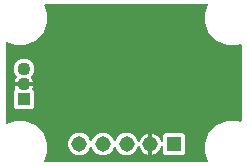
<source format=gbr>
G04 EAGLE Gerber RS-274X export*
G75*
%MOMM*%
%FSLAX34Y34*%
%LPD*%
%INBottom Copper*%
%IPPOS*%
%AMOC8*
5,1,8,0,0,1.08239X$1,22.5*%
G01*
%ADD10R,1.108000X1.108000*%
%ADD11C,1.108000*%
%ADD12R,1.308000X1.308000*%
%ADD13C,1.308000*%

G36*
X180712Y10168D02*
X180712Y10168D01*
X180757Y10166D01*
X180832Y10188D01*
X180909Y10200D01*
X180950Y10222D01*
X180994Y10235D01*
X181058Y10279D01*
X181126Y10316D01*
X181158Y10349D01*
X181196Y10375D01*
X181242Y10438D01*
X181296Y10494D01*
X181315Y10536D01*
X181343Y10572D01*
X181367Y10646D01*
X181399Y10717D01*
X181404Y10763D01*
X181419Y10806D01*
X181418Y10884D01*
X181427Y10961D01*
X181417Y11006D01*
X181416Y11052D01*
X181378Y11184D01*
X181374Y11202D01*
X181372Y11206D01*
X181370Y11213D01*
X178769Y17491D01*
X178769Y26705D01*
X182295Y35218D01*
X188810Y41733D01*
X197323Y45259D01*
X206537Y45259D01*
X208751Y44342D01*
X208795Y44331D01*
X208837Y44312D01*
X208914Y44303D01*
X208990Y44286D01*
X209036Y44290D01*
X209081Y44285D01*
X209158Y44301D01*
X209235Y44309D01*
X209277Y44327D01*
X209322Y44337D01*
X209389Y44377D01*
X209460Y44409D01*
X209494Y44440D01*
X209533Y44463D01*
X209584Y44522D01*
X209641Y44575D01*
X209663Y44615D01*
X209693Y44650D01*
X209722Y44722D01*
X209759Y44791D01*
X209768Y44836D01*
X209785Y44878D01*
X209800Y45014D01*
X209803Y45033D01*
X209802Y45038D01*
X209803Y45045D01*
X209803Y109133D01*
X209801Y109149D01*
X209802Y109163D01*
X209796Y109190D01*
X209798Y109224D01*
X209776Y109299D01*
X209764Y109376D01*
X209751Y109400D01*
X209750Y109403D01*
X209742Y109416D01*
X209729Y109460D01*
X209685Y109524D01*
X209648Y109593D01*
X209615Y109625D01*
X209589Y109662D01*
X209527Y109709D01*
X209470Y109762D01*
X209428Y109782D01*
X209392Y109809D01*
X209318Y109833D01*
X209247Y109866D01*
X209201Y109871D01*
X209158Y109885D01*
X209080Y109885D01*
X209003Y109893D01*
X208958Y109883D01*
X208912Y109883D01*
X208785Y109846D01*
X208776Y109845D01*
X208773Y109843D01*
X208762Y109841D01*
X208758Y109838D01*
X208751Y109836D01*
X206537Y108919D01*
X197323Y108919D01*
X188810Y112445D01*
X182295Y118960D01*
X178769Y127473D01*
X178769Y136687D01*
X181264Y142711D01*
X181275Y142755D01*
X181294Y142797D01*
X181303Y142874D01*
X181321Y142950D01*
X181316Y142996D01*
X181321Y143041D01*
X181305Y143118D01*
X181297Y143195D01*
X181279Y143237D01*
X181269Y143282D01*
X181229Y143349D01*
X181197Y143420D01*
X181166Y143454D01*
X181143Y143493D01*
X181084Y143544D01*
X181031Y143601D01*
X180991Y143623D01*
X180956Y143653D01*
X180884Y143682D01*
X180816Y143719D01*
X180770Y143728D01*
X180728Y143745D01*
X180592Y143760D01*
X180574Y143763D01*
X180569Y143762D01*
X180561Y143763D01*
X43467Y143763D01*
X43422Y143756D01*
X43376Y143758D01*
X43301Y143736D01*
X43224Y143724D01*
X43184Y143702D01*
X43140Y143689D01*
X43076Y143645D01*
X43007Y143608D01*
X42975Y143575D01*
X42937Y143549D01*
X42891Y143486D01*
X42837Y143430D01*
X42818Y143388D01*
X42791Y143352D01*
X42767Y143278D01*
X42734Y143207D01*
X42729Y143161D01*
X42714Y143118D01*
X42715Y143040D01*
X42707Y142963D01*
X42716Y142918D01*
X42717Y142872D01*
X42755Y142740D01*
X42759Y142722D01*
X42761Y142718D01*
X42764Y142711D01*
X45259Y136687D01*
X45259Y127473D01*
X41733Y118960D01*
X35218Y112445D01*
X26705Y108919D01*
X17491Y108919D01*
X11213Y111520D01*
X11169Y111530D01*
X11127Y111549D01*
X11050Y111558D01*
X10974Y111576D01*
X10928Y111571D01*
X10883Y111577D01*
X10806Y111560D01*
X10729Y111553D01*
X10687Y111534D01*
X10642Y111524D01*
X10575Y111484D01*
X10504Y111453D01*
X10470Y111422D01*
X10431Y111398D01*
X10380Y111339D01*
X10323Y111286D01*
X10301Y111246D01*
X10271Y111211D01*
X10242Y111139D01*
X10205Y111071D01*
X10196Y111026D01*
X10179Y110983D01*
X10164Y110847D01*
X10161Y110829D01*
X10162Y110824D01*
X10161Y110816D01*
X10161Y43362D01*
X10168Y43316D01*
X10166Y43271D01*
X10188Y43196D01*
X10200Y43119D01*
X10222Y43078D01*
X10235Y43034D01*
X10279Y42970D01*
X10316Y42902D01*
X10349Y42870D01*
X10375Y42832D01*
X10438Y42786D01*
X10494Y42732D01*
X10536Y42713D01*
X10572Y42685D01*
X10646Y42661D01*
X10717Y42629D01*
X10763Y42624D01*
X10806Y42609D01*
X10884Y42610D01*
X10961Y42601D01*
X11006Y42611D01*
X11052Y42612D01*
X11184Y42650D01*
X11202Y42654D01*
X11206Y42656D01*
X11213Y42658D01*
X17491Y45259D01*
X26705Y45259D01*
X35218Y41733D01*
X41733Y35218D01*
X45259Y26705D01*
X45259Y17491D01*
X42658Y11213D01*
X42648Y11169D01*
X42629Y11127D01*
X42620Y11050D01*
X42602Y10974D01*
X42607Y10928D01*
X42601Y10883D01*
X42618Y10806D01*
X42625Y10729D01*
X42644Y10687D01*
X42654Y10642D01*
X42694Y10575D01*
X42725Y10504D01*
X42756Y10470D01*
X42780Y10431D01*
X42839Y10380D01*
X42892Y10323D01*
X42932Y10301D01*
X42967Y10271D01*
X43039Y10242D01*
X43107Y10205D01*
X43152Y10196D01*
X43195Y10179D01*
X43331Y10164D01*
X43349Y10161D01*
X43354Y10162D01*
X43362Y10161D01*
X180666Y10161D01*
X180712Y10168D01*
G37*
%LPC*%
G36*
X70493Y15811D02*
X70493Y15811D01*
X66968Y17271D01*
X64271Y19968D01*
X62811Y23493D01*
X62811Y27307D01*
X64271Y30832D01*
X66968Y33529D01*
X70493Y34989D01*
X74307Y34989D01*
X77832Y33529D01*
X80529Y30832D01*
X81697Y28012D01*
X81735Y27951D01*
X81764Y27886D01*
X81799Y27848D01*
X81826Y27803D01*
X81882Y27758D01*
X81930Y27705D01*
X81976Y27680D01*
X82016Y27646D01*
X82083Y27621D01*
X82146Y27586D01*
X82197Y27577D01*
X82245Y27558D01*
X82317Y27555D01*
X82388Y27543D01*
X82439Y27550D01*
X82491Y27548D01*
X82560Y27568D01*
X82631Y27578D01*
X82677Y27602D01*
X82727Y27616D01*
X82786Y27657D01*
X82850Y27690D01*
X82887Y27727D01*
X82929Y27757D01*
X82972Y27814D01*
X83022Y27865D01*
X83057Y27928D01*
X83076Y27954D01*
X83083Y27976D01*
X83103Y28012D01*
X84271Y30832D01*
X86968Y33529D01*
X90493Y34989D01*
X94307Y34989D01*
X97832Y33529D01*
X100529Y30832D01*
X101697Y28012D01*
X101735Y27951D01*
X101764Y27886D01*
X101799Y27848D01*
X101826Y27803D01*
X101882Y27758D01*
X101930Y27705D01*
X101976Y27680D01*
X102016Y27646D01*
X102083Y27621D01*
X102146Y27586D01*
X102197Y27577D01*
X102245Y27558D01*
X102317Y27555D01*
X102388Y27543D01*
X102439Y27550D01*
X102491Y27548D01*
X102560Y27568D01*
X102631Y27578D01*
X102677Y27602D01*
X102727Y27616D01*
X102786Y27657D01*
X102850Y27690D01*
X102887Y27727D01*
X102929Y27757D01*
X102972Y27814D01*
X103022Y27865D01*
X103057Y27928D01*
X103076Y27954D01*
X103083Y27976D01*
X103103Y28012D01*
X104271Y30832D01*
X106968Y33529D01*
X110493Y34989D01*
X114307Y34989D01*
X117832Y33529D01*
X120529Y30832D01*
X121996Y27290D01*
X121997Y27286D01*
X121995Y27237D01*
X122016Y27165D01*
X122028Y27092D01*
X122051Y27048D01*
X122065Y27001D01*
X122109Y26940D01*
X122144Y26874D01*
X122179Y26841D01*
X122207Y26800D01*
X122268Y26756D01*
X122322Y26705D01*
X122366Y26684D01*
X122406Y26655D01*
X122477Y26633D01*
X122545Y26601D01*
X122594Y26596D01*
X122640Y26581D01*
X122715Y26582D01*
X122789Y26574D01*
X122837Y26585D01*
X122886Y26585D01*
X122957Y26611D01*
X123030Y26626D01*
X123072Y26652D01*
X123118Y26668D01*
X123177Y26714D01*
X123241Y26753D01*
X123273Y26790D01*
X123311Y26820D01*
X123352Y26883D01*
X123401Y26939D01*
X123419Y26985D01*
X123446Y27026D01*
X123484Y27145D01*
X123493Y27168D01*
X123494Y27177D01*
X123497Y27186D01*
X123668Y28049D01*
X124353Y29701D01*
X125347Y31189D01*
X126611Y32453D01*
X128099Y33447D01*
X129751Y34132D01*
X130877Y34356D01*
X130877Y26162D01*
X130880Y26142D01*
X130878Y26123D01*
X130900Y26021D01*
X130917Y25919D01*
X130926Y25902D01*
X130930Y25882D01*
X130983Y25793D01*
X131032Y25702D01*
X131046Y25688D01*
X131056Y25671D01*
X131135Y25604D01*
X131210Y25533D01*
X131228Y25524D01*
X131243Y25511D01*
X131339Y25473D01*
X131433Y25429D01*
X131453Y25427D01*
X131471Y25419D01*
X131638Y25401D01*
X133162Y25401D01*
X133182Y25404D01*
X133201Y25402D01*
X133303Y25424D01*
X133405Y25441D01*
X133422Y25450D01*
X133442Y25454D01*
X133531Y25507D01*
X133622Y25556D01*
X133636Y25570D01*
X133653Y25580D01*
X133720Y25659D01*
X133791Y25734D01*
X133800Y25752D01*
X133813Y25767D01*
X133852Y25863D01*
X133895Y25957D01*
X133897Y25977D01*
X133905Y25995D01*
X133923Y26162D01*
X133923Y34356D01*
X135049Y34132D01*
X136701Y33447D01*
X138189Y32453D01*
X139453Y31189D01*
X140447Y29701D01*
X141132Y28049D01*
X141303Y27186D01*
X141321Y27140D01*
X141329Y27092D01*
X141363Y27026D01*
X141390Y26956D01*
X141421Y26917D01*
X141444Y26874D01*
X141498Y26823D01*
X141545Y26765D01*
X141586Y26739D01*
X141622Y26705D01*
X141690Y26673D01*
X141753Y26633D01*
X141801Y26622D01*
X141845Y26601D01*
X141919Y26593D01*
X141992Y26575D01*
X142041Y26580D01*
X142089Y26574D01*
X142162Y26590D01*
X142237Y26596D01*
X142282Y26616D01*
X142330Y26626D01*
X142394Y26665D01*
X142463Y26695D01*
X142499Y26727D01*
X142541Y26753D01*
X142590Y26809D01*
X142645Y26859D01*
X142669Y26902D01*
X142701Y26939D01*
X142729Y27009D01*
X142765Y27074D01*
X142774Y27122D01*
X142793Y27168D01*
X142807Y27292D01*
X142811Y27316D01*
X142810Y27325D01*
X142811Y27334D01*
X142811Y33203D01*
X144597Y34989D01*
X160203Y34989D01*
X161989Y33203D01*
X161989Y17597D01*
X160203Y15811D01*
X144597Y15811D01*
X142811Y17597D01*
X142811Y23466D01*
X142803Y23514D01*
X142805Y23563D01*
X142784Y23635D01*
X142772Y23708D01*
X142749Y23752D01*
X142735Y23799D01*
X142691Y23860D01*
X142656Y23926D01*
X142621Y23959D01*
X142593Y24000D01*
X142532Y24044D01*
X142478Y24095D01*
X142434Y24116D01*
X142394Y24145D01*
X142323Y24167D01*
X142255Y24199D01*
X142206Y24204D01*
X142160Y24219D01*
X142085Y24218D01*
X142011Y24226D01*
X141963Y24215D01*
X141914Y24215D01*
X141843Y24190D01*
X141770Y24174D01*
X141728Y24148D01*
X141682Y24132D01*
X141623Y24086D01*
X141559Y24047D01*
X141527Y24010D01*
X141489Y23980D01*
X141448Y23917D01*
X141399Y23861D01*
X141381Y23815D01*
X141354Y23774D01*
X141316Y23655D01*
X141307Y23632D01*
X141306Y23623D01*
X141303Y23614D01*
X141132Y22751D01*
X140447Y21099D01*
X139453Y19611D01*
X138189Y18347D01*
X136701Y17353D01*
X135049Y16668D01*
X133923Y16444D01*
X133923Y24638D01*
X133921Y24652D01*
X133922Y24664D01*
X133921Y24668D01*
X133922Y24677D01*
X133900Y24779D01*
X133883Y24881D01*
X133874Y24898D01*
X133870Y24918D01*
X133817Y25007D01*
X133768Y25098D01*
X133754Y25112D01*
X133744Y25129D01*
X133665Y25196D01*
X133590Y25267D01*
X133572Y25276D01*
X133557Y25289D01*
X133461Y25327D01*
X133367Y25371D01*
X133347Y25373D01*
X133329Y25381D01*
X133162Y25399D01*
X131638Y25399D01*
X131618Y25396D01*
X131599Y25398D01*
X131497Y25376D01*
X131395Y25359D01*
X131378Y25350D01*
X131358Y25346D01*
X131269Y25293D01*
X131178Y25244D01*
X131164Y25230D01*
X131147Y25220D01*
X131080Y25141D01*
X131009Y25066D01*
X131000Y25048D01*
X130987Y25033D01*
X130948Y24937D01*
X130905Y24843D01*
X130903Y24823D01*
X130895Y24805D01*
X130877Y24638D01*
X130877Y16444D01*
X129751Y16668D01*
X128099Y17353D01*
X126611Y18347D01*
X125347Y19611D01*
X124353Y21099D01*
X123668Y22751D01*
X123497Y23614D01*
X123479Y23660D01*
X123471Y23708D01*
X123437Y23774D01*
X123410Y23844D01*
X123379Y23883D01*
X123356Y23926D01*
X123302Y23977D01*
X123255Y24035D01*
X123214Y24061D01*
X123178Y24095D01*
X123110Y24127D01*
X123047Y24167D01*
X122999Y24178D01*
X122955Y24199D01*
X122881Y24207D01*
X122808Y24225D01*
X122759Y24220D01*
X122711Y24226D01*
X122638Y24210D01*
X122563Y24204D01*
X122518Y24184D01*
X122470Y24174D01*
X122406Y24135D01*
X122337Y24105D01*
X122301Y24073D01*
X122259Y24047D01*
X122210Y23991D01*
X122155Y23940D01*
X122131Y23898D01*
X122099Y23861D01*
X122071Y23791D01*
X122035Y23726D01*
X122026Y23678D01*
X122007Y23632D01*
X121993Y23508D01*
X121992Y23501D01*
X120529Y19968D01*
X117832Y17271D01*
X114307Y15811D01*
X110493Y15811D01*
X106968Y17271D01*
X104271Y19968D01*
X103103Y22788D01*
X103066Y22849D01*
X103036Y22914D01*
X103001Y22952D01*
X102974Y22997D01*
X102919Y23042D01*
X102870Y23095D01*
X102824Y23120D01*
X102784Y23154D01*
X102717Y23179D01*
X102654Y23214D01*
X102603Y23223D01*
X102555Y23242D01*
X102483Y23245D01*
X102412Y23257D01*
X102361Y23250D01*
X102309Y23252D01*
X102240Y23232D01*
X102169Y23222D01*
X102123Y23198D01*
X102073Y23184D01*
X102014Y23143D01*
X101950Y23110D01*
X101913Y23073D01*
X101871Y23043D01*
X101828Y22986D01*
X101778Y22935D01*
X101743Y22872D01*
X101724Y22846D01*
X101717Y22824D01*
X101697Y22788D01*
X100529Y19968D01*
X97832Y17271D01*
X94307Y15811D01*
X90493Y15811D01*
X86968Y17271D01*
X84271Y19968D01*
X83103Y22788D01*
X83066Y22849D01*
X83036Y22914D01*
X83001Y22952D01*
X82974Y22997D01*
X82919Y23042D01*
X82870Y23095D01*
X82824Y23120D01*
X82784Y23154D01*
X82717Y23179D01*
X82654Y23214D01*
X82603Y23223D01*
X82555Y23242D01*
X82483Y23245D01*
X82412Y23257D01*
X82361Y23250D01*
X82309Y23252D01*
X82240Y23232D01*
X82169Y23222D01*
X82123Y23198D01*
X82073Y23184D01*
X82014Y23143D01*
X81950Y23110D01*
X81913Y23073D01*
X81871Y23043D01*
X81828Y22986D01*
X81778Y22935D01*
X81743Y22872D01*
X81724Y22846D01*
X81717Y22824D01*
X81697Y22788D01*
X80529Y19968D01*
X77832Y17271D01*
X74307Y15811D01*
X70493Y15811D01*
G37*
%LPD*%
%LPC*%
G36*
X18597Y54911D02*
X18597Y54911D01*
X16811Y56697D01*
X16811Y70303D01*
X18067Y71559D01*
X18136Y71654D01*
X18205Y71748D01*
X18207Y71753D01*
X18211Y71759D01*
X18245Y71870D01*
X18281Y71981D01*
X18281Y71988D01*
X18283Y71994D01*
X18280Y72110D01*
X18279Y72227D01*
X18277Y72235D01*
X18277Y72240D01*
X18270Y72257D01*
X18232Y72388D01*
X17630Y73843D01*
X17459Y74701D01*
X24662Y74701D01*
X24681Y74704D01*
X24701Y74702D01*
X24803Y74724D01*
X24905Y74740D01*
X24922Y74750D01*
X24942Y74754D01*
X25031Y74807D01*
X25122Y74856D01*
X25136Y74870D01*
X25153Y74880D01*
X25220Y74959D01*
X25291Y75034D01*
X25300Y75052D01*
X25313Y75067D01*
X25351Y75163D01*
X25395Y75257D01*
X25397Y75277D01*
X25404Y75295D01*
X25417Y75219D01*
X25426Y75202D01*
X25430Y75182D01*
X25483Y75093D01*
X25532Y75002D01*
X25546Y74988D01*
X25556Y74971D01*
X25635Y74904D01*
X25710Y74832D01*
X25728Y74824D01*
X25743Y74811D01*
X25840Y74772D01*
X25933Y74729D01*
X25953Y74727D01*
X25971Y74719D01*
X26138Y74701D01*
X33341Y74701D01*
X33170Y73843D01*
X32568Y72388D01*
X32541Y72275D01*
X32512Y72161D01*
X32513Y72155D01*
X32512Y72149D01*
X32523Y72032D01*
X32532Y71916D01*
X32534Y71910D01*
X32535Y71904D01*
X32582Y71797D01*
X32628Y71690D01*
X32633Y71684D01*
X32635Y71679D01*
X32647Y71666D01*
X32733Y71559D01*
X33989Y70303D01*
X33989Y56697D01*
X32203Y54911D01*
X18597Y54911D01*
G37*
%LPD*%
%LPC*%
G36*
X25383Y77181D02*
X25383Y77181D01*
X25374Y77198D01*
X25370Y77218D01*
X25317Y77307D01*
X25268Y77398D01*
X25254Y77412D01*
X25244Y77429D01*
X25165Y77496D01*
X25090Y77568D01*
X25072Y77576D01*
X25057Y77589D01*
X24960Y77628D01*
X24867Y77671D01*
X24847Y77673D01*
X24829Y77681D01*
X24662Y77699D01*
X17459Y77699D01*
X17630Y78557D01*
X18239Y80028D01*
X19123Y81351D01*
X19425Y81652D01*
X19436Y81669D01*
X19452Y81681D01*
X19508Y81768D01*
X19568Y81852D01*
X19574Y81871D01*
X19585Y81888D01*
X19610Y81988D01*
X19641Y82087D01*
X19640Y82107D01*
X19645Y82127D01*
X19637Y82230D01*
X19634Y82333D01*
X19627Y82352D01*
X19626Y82372D01*
X19585Y82467D01*
X19550Y82564D01*
X19537Y82580D01*
X19529Y82598D01*
X19425Y82729D01*
X18119Y84035D01*
X16811Y87192D01*
X16811Y90608D01*
X18119Y93765D01*
X20535Y96181D01*
X23692Y97489D01*
X27108Y97489D01*
X30265Y96181D01*
X32681Y93765D01*
X33989Y90608D01*
X33989Y87192D01*
X32681Y84035D01*
X31375Y82729D01*
X31364Y82713D01*
X31348Y82700D01*
X31292Y82613D01*
X31232Y82529D01*
X31226Y82510D01*
X31215Y82493D01*
X31190Y82393D01*
X31159Y82294D01*
X31160Y82274D01*
X31155Y82255D01*
X31163Y82152D01*
X31166Y82048D01*
X31173Y82030D01*
X31174Y82010D01*
X31215Y81915D01*
X31250Y81817D01*
X31263Y81802D01*
X31271Y81783D01*
X31375Y81652D01*
X31677Y81351D01*
X32561Y80028D01*
X33170Y78557D01*
X33341Y77699D01*
X26138Y77699D01*
X26119Y77696D01*
X26099Y77698D01*
X25997Y77676D01*
X25895Y77660D01*
X25878Y77650D01*
X25858Y77646D01*
X25769Y77593D01*
X25678Y77544D01*
X25664Y77530D01*
X25647Y77520D01*
X25580Y77441D01*
X25509Y77366D01*
X25500Y77348D01*
X25487Y77333D01*
X25449Y77237D01*
X25405Y77143D01*
X25403Y77123D01*
X25396Y77105D01*
X25383Y77181D01*
G37*
%LPD*%
D10*
X25400Y63500D03*
D11*
X25400Y76200D03*
X25400Y88900D03*
D12*
X152400Y25400D03*
D13*
X132400Y25400D03*
X112400Y25400D03*
X92400Y25400D03*
X72400Y25400D03*
M02*

</source>
